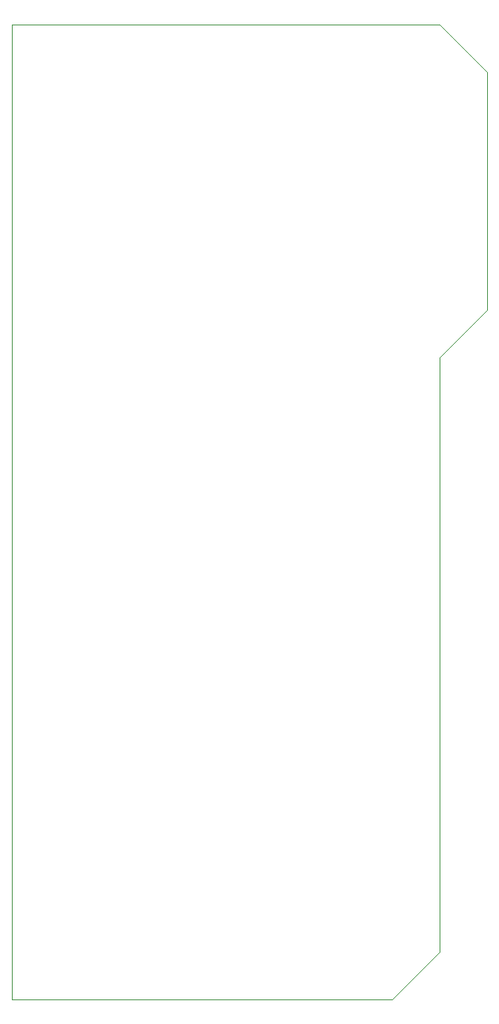
<source format=gbr>
%TF.GenerationSoftware,KiCad,Pcbnew,5.1.6-c6e7f7d~87~ubuntu18.04.1*%
%TF.CreationDate,2020-08-11T21:02:34+01:00*%
%TF.ProjectId,8KROM_Lower_Rev2,384b524f-4d5f-44c6-9f77-65725f526576,rev?*%
%TF.SameCoordinates,Original*%
%TF.FileFunction,Profile,NP*%
%FSLAX46Y46*%
G04 Gerber Fmt 4.6, Leading zero omitted, Abs format (unit mm)*
G04 Created by KiCad (PCBNEW 5.1.6-c6e7f7d~87~ubuntu18.04.1) date 2020-08-11 21:02:34*
%MOMM*%
%LPD*%
G01*
G04 APERTURE LIST*
%TA.AperFunction,Profile*%
%ADD10C,0.050000*%
%TD*%
G04 APERTURE END LIST*
D10*
X160020000Y-82550000D02*
X160020000Y-57150000D01*
X154940000Y-151130000D02*
X154940000Y-87630000D01*
X109220000Y-156210000D02*
X109220000Y-52070000D01*
X149860000Y-156210000D02*
X109220000Y-156210000D01*
X154940000Y-151130000D02*
X149860000Y-156210000D01*
X160020000Y-82550000D02*
X154940000Y-87630000D01*
X154940000Y-52070000D02*
X160020000Y-57150000D01*
X109220000Y-52070000D02*
X154940000Y-52070000D01*
M02*

</source>
